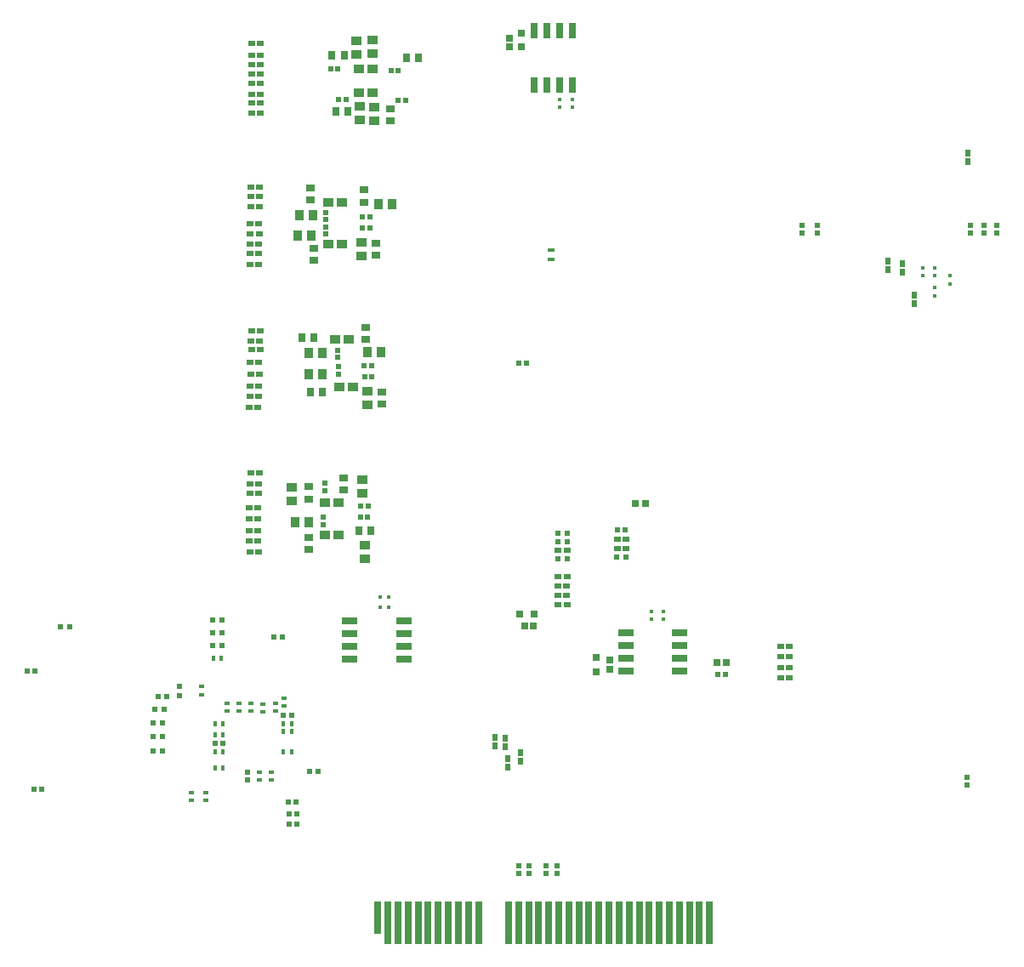
<source format=gbr>
G04*
G04 #@! TF.GenerationSoftware,Altium Limited,Altium Designer,23.7.1 (13)*
G04*
G04 Layer_Color=128*
%FSLAX25Y25*%
%MOIN*%
G70*
G04*
G04 #@! TF.SameCoordinates,E44608C4-6370-4D0E-AFC6-BBC59DA78F3B*
G04*
G04*
G04 #@! TF.FilePolarity,Positive*
G04*
G01*
G75*
%ADD19R,0.01772X0.01772*%
%ADD20R,0.02559X0.02362*%
%ADD25R,0.02165X0.01968*%
%ADD26R,0.01772X0.01772*%
%ADD37R,0.02288X0.02016*%
%ADD38R,0.02016X0.02288*%
%ADD43R,0.02362X0.02559*%
%ADD49R,0.02657X0.01772*%
%ADD52R,0.02816X0.02648*%
%ADD53R,0.02756X0.02756*%
%ADD71R,0.02165X0.02165*%
%ADD78R,0.02756X0.02756*%
%ADD109R,0.02800X0.16500*%
%ADD110R,0.02800X0.12600*%
G04:AMPARAMS|DCode=201|XSize=61.02mil|YSize=23.62mil|CornerRadius=2.01mil|HoleSize=0mil|Usage=FLASHONLY|Rotation=180.000|XOffset=0mil|YOffset=0mil|HoleType=Round|Shape=RoundedRectangle|*
%AMROUNDEDRECTD201*
21,1,0.06102,0.01961,0,0,180.0*
21,1,0.05701,0.02362,0,0,180.0*
1,1,0.00402,-0.02850,0.00980*
1,1,0.00402,0.02850,0.00980*
1,1,0.00402,0.02850,-0.00980*
1,1,0.00402,-0.02850,-0.00980*
%
%ADD201ROUNDEDRECTD201*%
%ADD202R,0.02953X0.03543*%
%ADD203R,0.03543X0.02953*%
%ADD204R,0.03937X0.03543*%
%ADD205R,0.04355X0.03773*%
%ADD206R,0.02631X0.02648*%
%ADD207R,0.03543X0.03937*%
%ADD208R,0.02254X0.02237*%
%ADD209R,0.02237X0.02254*%
%ADD210R,0.01860X0.01843*%
G04:AMPARAMS|DCode=211|XSize=61.02mil|YSize=23.62mil|CornerRadius=2.01mil|HoleSize=0mil|Usage=FLASHONLY|Rotation=90.000|XOffset=0mil|YOffset=0mil|HoleType=Round|Shape=RoundedRectangle|*
%AMROUNDEDRECTD211*
21,1,0.06102,0.01961,0,0,90.0*
21,1,0.05701,0.02362,0,0,90.0*
1,1,0.00402,0.00980,0.02850*
1,1,0.00402,0.00980,-0.02850*
1,1,0.00402,-0.00980,-0.02850*
1,1,0.00402,-0.00980,0.02850*
%
%ADD211ROUNDEDRECTD211*%
%ADD212R,0.02520X0.02677*%
%ADD213R,0.01968X0.01575*%
%ADD214R,0.01575X0.01968*%
%ADD215R,0.02284X0.02126*%
%ADD216R,0.02677X0.02520*%
D19*
X151062Y-277736D02*
D03*
X154212D02*
D03*
X151062Y-273755D02*
D03*
X154212D02*
D03*
D20*
X104123Y-176772D02*
D03*
X100776D02*
D03*
X103442Y-232904D02*
D03*
X100096D02*
D03*
X100001Y-229397D02*
D03*
X103348D02*
D03*
X100489Y-225168D02*
D03*
X103836D02*
D03*
X99801Y-238583D02*
D03*
X103148D02*
D03*
X99702Y-242913D02*
D03*
X103049D02*
D03*
X99608Y-247638D02*
D03*
X102954D02*
D03*
X99801Y-251772D02*
D03*
X103148D02*
D03*
X100001Y-255921D02*
D03*
X103348D02*
D03*
X99801Y-199315D02*
D03*
X103148D02*
D03*
X99989Y-195079D02*
D03*
X103335D02*
D03*
X99989Y-190945D02*
D03*
X103335D02*
D03*
X100237Y-186221D02*
D03*
X103583D02*
D03*
X100001Y-181801D02*
D03*
X103348D02*
D03*
X100689Y-169286D02*
D03*
X104035D02*
D03*
X100395Y-173294D02*
D03*
X103741D02*
D03*
X308036Y-305243D02*
D03*
X311383D02*
D03*
X308036Y-301275D02*
D03*
X311383D02*
D03*
X308012Y-293023D02*
D03*
X311359D02*
D03*
X308036Y-297118D02*
D03*
X311383D02*
D03*
X220869Y-265626D02*
D03*
X224215D02*
D03*
X220848Y-269424D02*
D03*
X224195D02*
D03*
X220773Y-272881D02*
D03*
X224119D02*
D03*
X220869Y-276649D02*
D03*
X224215D02*
D03*
X247247Y-251059D02*
D03*
X243900D02*
D03*
X247247Y-254602D02*
D03*
X243900D02*
D03*
X220869Y-255390D02*
D03*
X224215D02*
D03*
X100489Y-120669D02*
D03*
X103836D02*
D03*
X100162Y-127234D02*
D03*
X103509D02*
D03*
X100195Y-131335D02*
D03*
X103541D02*
D03*
X100096Y-143307D02*
D03*
X103442D02*
D03*
X100001Y-138976D02*
D03*
X103348D02*
D03*
X100001Y-135352D02*
D03*
X103348D02*
D03*
X100383Y-112964D02*
D03*
X103729D02*
D03*
X103829Y-116854D02*
D03*
X100482D02*
D03*
X100682Y-56835D02*
D03*
X104028D02*
D03*
X100682Y-68744D02*
D03*
X104028D02*
D03*
X100689Y-72484D02*
D03*
X104035D02*
D03*
X100689Y-76618D02*
D03*
X104035D02*
D03*
X100682Y-80117D02*
D03*
X104028D02*
D03*
X100689Y-84075D02*
D03*
X104035D02*
D03*
Y-65177D02*
D03*
X100689D02*
D03*
X100682Y-61461D02*
D03*
X104028D02*
D03*
D25*
X115540Y-362612D02*
D03*
X118492D02*
D03*
X115318Y-358644D02*
D03*
X118271D02*
D03*
X115097Y-353919D02*
D03*
X118050D02*
D03*
X89263Y-331165D02*
D03*
X86310D02*
D03*
D26*
X374410Y-150975D02*
D03*
Y-147825D02*
D03*
X368504Y-144675D02*
D03*
Y-147825D02*
D03*
X363583Y-144675D02*
D03*
Y-147825D02*
D03*
X368307Y-155654D02*
D03*
Y-152505D02*
D03*
X221295Y-81693D02*
D03*
Y-78543D02*
D03*
X226364Y-81693D02*
D03*
Y-78543D02*
D03*
X262205Y-279342D02*
D03*
Y-282492D02*
D03*
X257330Y-279342D02*
D03*
Y-282492D02*
D03*
D37*
X134525Y-66571D02*
D03*
X131647D02*
D03*
X158147Y-67520D02*
D03*
X155269D02*
D03*
X18233Y-348924D02*
D03*
X15354D02*
D03*
X15619Y-302714D02*
D03*
X12740D02*
D03*
X146097Y-242509D02*
D03*
X143219D02*
D03*
X146341Y-237894D02*
D03*
X143463D02*
D03*
X147822Y-187205D02*
D03*
X144943D02*
D03*
X147617Y-183071D02*
D03*
X144738D02*
D03*
X244134Y-247417D02*
D03*
X247013D02*
D03*
X147033Y-124803D02*
D03*
X144155D02*
D03*
X146878Y-129134D02*
D03*
X143999D02*
D03*
X134717Y-78543D02*
D03*
X137595D02*
D03*
X161053Y-78936D02*
D03*
X158175D02*
D03*
X286414Y-304031D02*
D03*
X283536D02*
D03*
D38*
X128642Y-242369D02*
D03*
Y-245247D02*
D03*
X129368Y-229073D02*
D03*
Y-231951D02*
D03*
X134541Y-183329D02*
D03*
Y-186207D02*
D03*
X134525Y-179832D02*
D03*
Y-176953D02*
D03*
X381102Y-347266D02*
D03*
Y-344388D02*
D03*
X220420Y-379161D02*
D03*
Y-382039D02*
D03*
X216120Y-379161D02*
D03*
Y-382039D02*
D03*
X209455Y-379161D02*
D03*
Y-382039D02*
D03*
X205455Y-379161D02*
D03*
Y-382039D02*
D03*
X382480Y-130876D02*
D03*
Y-127997D02*
D03*
X387795Y-130876D02*
D03*
Y-127997D02*
D03*
X392717Y-130876D02*
D03*
Y-127997D02*
D03*
X322244Y-130876D02*
D03*
Y-127997D02*
D03*
X316492Y-130876D02*
D03*
Y-127997D02*
D03*
X129823Y-125763D02*
D03*
Y-122885D02*
D03*
X129823Y-128608D02*
D03*
Y-131486D02*
D03*
D43*
X200962Y-340434D02*
D03*
Y-337088D02*
D03*
X196012Y-328836D02*
D03*
Y-332182D02*
D03*
X199936Y-329028D02*
D03*
Y-332375D02*
D03*
X206043Y-338114D02*
D03*
Y-334768D02*
D03*
X381496Y-103061D02*
D03*
Y-99715D02*
D03*
X360433Y-158611D02*
D03*
Y-155265D02*
D03*
X355554Y-146227D02*
D03*
Y-142881D02*
D03*
X350000Y-141984D02*
D03*
Y-145330D02*
D03*
D49*
X217879Y-141302D02*
D03*
Y-137660D02*
D03*
D52*
X283091Y-299306D02*
D03*
X286859D02*
D03*
D53*
X211362Y-280425D02*
D03*
X205850D02*
D03*
D71*
X116526Y-320142D02*
D03*
X112983D02*
D03*
X224314Y-258736D02*
D03*
X220770D02*
D03*
X224314Y-248697D02*
D03*
X220770D02*
D03*
X224314Y-252043D02*
D03*
X220770D02*
D03*
X243802Y-257949D02*
D03*
X247345D02*
D03*
D78*
X206517Y-58169D02*
D03*
Y-52657D02*
D03*
X235688Y-297448D02*
D03*
Y-302960D02*
D03*
D109*
X161992Y-401427D02*
D03*
X224984D02*
D03*
X232858D02*
D03*
X260417D02*
D03*
X276165D02*
D03*
X244669D02*
D03*
X264354D02*
D03*
X248606D02*
D03*
X201362D02*
D03*
X213173D02*
D03*
X228921D02*
D03*
X177740D02*
D03*
X173803D02*
D03*
X169866D02*
D03*
X165929D02*
D03*
X189551D02*
D03*
X205299D02*
D03*
X209236D02*
D03*
X217110D02*
D03*
X221047D02*
D03*
X252543D02*
D03*
X236795D02*
D03*
X256480D02*
D03*
X268291D02*
D03*
X272228D02*
D03*
X240732D02*
D03*
X181677D02*
D03*
X185614D02*
D03*
X154118D02*
D03*
X158055D02*
D03*
X280102D02*
D03*
D110*
X150181Y-399477D02*
D03*
D201*
X268488Y-287724D02*
D03*
Y-292724D02*
D03*
Y-297724D02*
D03*
Y-302724D02*
D03*
X247228D02*
D03*
Y-297724D02*
D03*
Y-292724D02*
D03*
Y-287724D02*
D03*
X160403Y-282992D02*
D03*
Y-287992D02*
D03*
Y-292992D02*
D03*
Y-297992D02*
D03*
X139144D02*
D03*
Y-292992D02*
D03*
Y-287992D02*
D03*
Y-282992D02*
D03*
D202*
X123622Y-193307D02*
D03*
X128347D02*
D03*
X161451Y-62355D02*
D03*
X166175D02*
D03*
X136903Y-61461D02*
D03*
X132178D02*
D03*
X147492Y-247638D02*
D03*
X142768D02*
D03*
X120245Y-171919D02*
D03*
X124969D02*
D03*
X133794Y-83281D02*
D03*
X138518D02*
D03*
D203*
X124976Y-137119D02*
D03*
Y-141843D02*
D03*
X123073Y-255118D02*
D03*
Y-250394D02*
D03*
X136865Y-227035D02*
D03*
Y-231759D02*
D03*
X123204Y-230512D02*
D03*
Y-235236D02*
D03*
X151566Y-198106D02*
D03*
Y-193382D02*
D03*
X145326Y-167913D02*
D03*
Y-172638D02*
D03*
X144603Y-118898D02*
D03*
Y-114173D02*
D03*
X123622Y-113435D02*
D03*
Y-118159D02*
D03*
X149394Y-139764D02*
D03*
Y-135039D02*
D03*
X154936Y-87133D02*
D03*
Y-82409D02*
D03*
D204*
X148021Y-55512D02*
D03*
Y-60827D02*
D03*
X141732Y-55610D02*
D03*
Y-60925D02*
D03*
X144876Y-253248D02*
D03*
Y-258563D02*
D03*
X144080Y-232874D02*
D03*
Y-227559D02*
D03*
X116463Y-236122D02*
D03*
Y-230807D02*
D03*
X146095Y-193158D02*
D03*
Y-198473D02*
D03*
X143769Y-134744D02*
D03*
Y-140059D02*
D03*
X142913Y-81509D02*
D03*
Y-86824D02*
D03*
X148851Y-81791D02*
D03*
Y-87106D02*
D03*
D205*
X147997Y-66732D02*
D03*
X142673D02*
D03*
X134655Y-249303D02*
D03*
X129332D02*
D03*
X134687Y-236713D02*
D03*
X129364D02*
D03*
X140309Y-191454D02*
D03*
X134986D02*
D03*
X138818Y-172694D02*
D03*
X133494D02*
D03*
X136194Y-119150D02*
D03*
X130871D02*
D03*
X136194Y-135295D02*
D03*
X130871D02*
D03*
X142820Y-76181D02*
D03*
X148144D02*
D03*
D206*
X251091Y-236923D02*
D03*
X255045D02*
D03*
D207*
X122903Y-244478D02*
D03*
X117588D02*
D03*
X128513Y-186315D02*
D03*
X123198D02*
D03*
X146032Y-177756D02*
D03*
X151347D02*
D03*
X128347Y-178150D02*
D03*
X123032D02*
D03*
X124803Y-123892D02*
D03*
X119488D02*
D03*
X150492Y-119613D02*
D03*
X155807D02*
D03*
X123917Y-132139D02*
D03*
X118602D02*
D03*
D208*
X72244Y-312328D02*
D03*
Y-308768D02*
D03*
D209*
X126780Y-341992D02*
D03*
X123220D02*
D03*
X85381Y-282707D02*
D03*
X88941D02*
D03*
X88941Y-287706D02*
D03*
X85381D02*
D03*
X112861Y-289264D02*
D03*
X109300D02*
D03*
X85381Y-292707D02*
D03*
X88941D02*
D03*
X25779Y-285512D02*
D03*
X29339D02*
D03*
X62858Y-317681D02*
D03*
X66418D02*
D03*
X63888Y-312684D02*
D03*
X67449D02*
D03*
X62108Y-333925D02*
D03*
X65669D02*
D03*
X62196Y-323099D02*
D03*
X65756D02*
D03*
X65756Y-328248D02*
D03*
X62196D02*
D03*
D210*
X98908Y-342279D02*
D03*
Y-345445D02*
D03*
D211*
X226364Y-73130D02*
D03*
X221364D02*
D03*
X216364D02*
D03*
X211364D02*
D03*
Y-51870D02*
D03*
X216364D02*
D03*
X221364D02*
D03*
X226364D02*
D03*
D212*
X201827Y-54588D02*
D03*
Y-58053D02*
D03*
X240949Y-301936D02*
D03*
Y-298472D02*
D03*
D213*
X82798Y-350370D02*
D03*
Y-353519D02*
D03*
X91034Y-315319D02*
D03*
Y-318468D02*
D03*
X100483Y-315319D02*
D03*
Y-318468D02*
D03*
X109932Y-315319D02*
D03*
Y-318468D02*
D03*
X108357Y-345437D02*
D03*
Y-342287D02*
D03*
X103633Y-345437D02*
D03*
Y-342287D02*
D03*
X113475Y-313287D02*
D03*
Y-316437D02*
D03*
X95759Y-315319D02*
D03*
Y-318468D02*
D03*
X105127Y-315614D02*
D03*
Y-318764D02*
D03*
X76884Y-350369D02*
D03*
Y-353519D02*
D03*
X81014Y-311897D02*
D03*
Y-308747D02*
D03*
D214*
X86212Y-334315D02*
D03*
X89361D02*
D03*
X116330Y-326441D02*
D03*
X113180D02*
D03*
X85586Y-297707D02*
D03*
X88736D02*
D03*
X116330Y-334315D02*
D03*
X113180D02*
D03*
X116330Y-323291D02*
D03*
X113180D02*
D03*
X86212Y-327622D02*
D03*
X89361D02*
D03*
X86212Y-340614D02*
D03*
X89361D02*
D03*
X86212Y-323291D02*
D03*
X89361D02*
D03*
D215*
X208344Y-182117D02*
D03*
X205273D02*
D03*
D216*
X207604Y-285088D02*
D03*
X211069D02*
D03*
M02*

</source>
